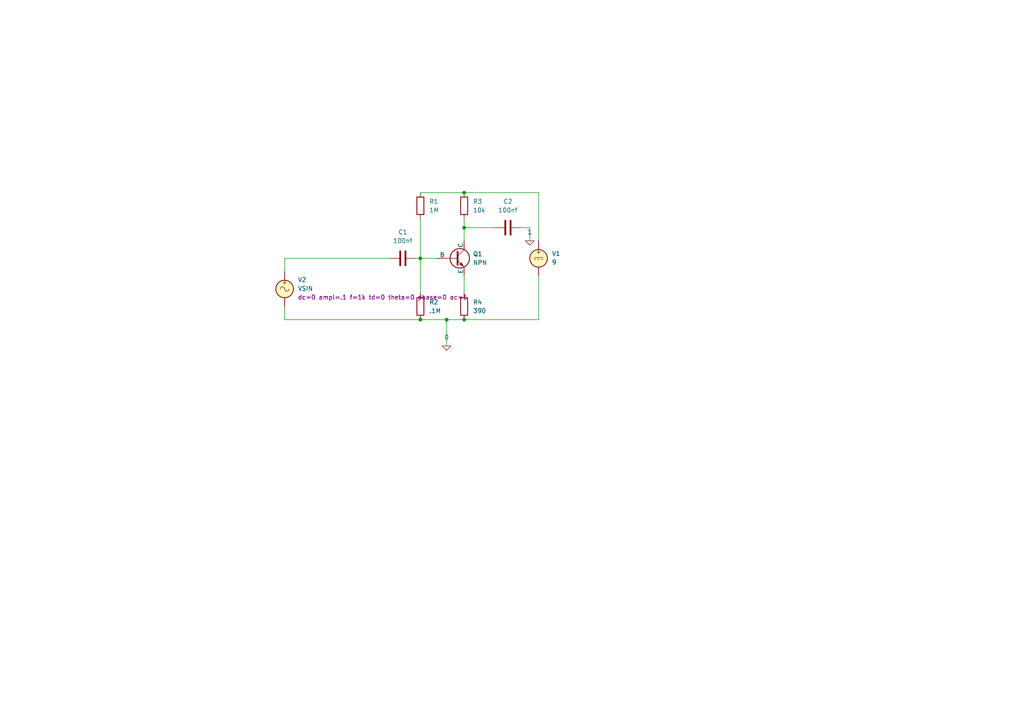
<source format=kicad_sch>
(kicad_sch (version 20250114) (generator "eeschema") (generator_version "9.0")
  (paper "A4")
  (lib_symbols
    (symbol "Device:C" (pin_numbers (hide yes)) (pin_names (offset 0.254))
      (property "Reference" "C" (at 0.635 2.54 0))
      (property "Value" "C" (at 0.635 -2.54 0))
      (symbol "C_0_1"
        (polyline (pts (xy -2.032 0.762) (xy 2.032 0.762)) (stroke (width 0.508)))
        (polyline (pts (xy -2.032 -0.762) (xy 2.032 -0.762)) (stroke (width 0.508)))
      )
      (symbol "C_1_1"
        (pin passive line (at 0 3.81 270) (length 2.794) (name "~") (number "1"))
        (pin passive line (at 0 -3.81 90) (length 2.794) (name "~") (number "2"))
      )
    )
    (symbol "Device:R" (pin_numbers (hide yes)) (pin_names (offset 0))
      (property "Reference" "R" (at 2.032 0 90))
      (property "Value" "R" (at 0 0 90))
      (symbol "R_0_1"
        (rectangle (start -1.016 -2.54) (end 1.016 2.54) (stroke (width 0.254)))
      )
      (symbol "R_1_1"
        (pin passive line (at 0 3.81 270) (length 1.27) (name "~") (number "1"))
        (pin passive line (at 0 -3.81 90) (length 1.27) (name "~") (number "2"))
      )
    )
    (symbol "Simulation_SPICE:0" (power) (pin_numbers (hide yes)) (pin_names (offset 0) (hide yes))
      (property "Value" "0" (at 0 -2.54 0))
      (symbol "0_0_1"
        (polyline (pts (xy -1.27 0) (xy 0 -1.27) (xy 1.27 0) (xy -1.27 0)))
      )
      (symbol "0_1_1"
        (pin power_in line (at 0 0 0) (length 0) (name "~") (number "1"))
      )
    )
    (symbol "Simulation_SPICE:NPN" (pin_numbers (hide yes)) (pin_names (offset 0))
      (property "Reference" "Q" (at -2.54 7.62 0))
      (property "Value" "NPN" (at -2.54 5.08 0))
      (symbol "NPN_0_1"
        (polyline (pts (xy -2.54 0) (xy 0.635 0)) (stroke (width 0.1524)))
        (polyline (pts (xy 0.635 1.905) (xy 0.635 -1.905) (xy 0.635 -1.905)) (stroke (width 0.508)))
        (polyline (pts (xy 0.635 0.635) (xy 2.54 2.54)))
        (polyline (pts (xy 0.635 -0.635) (xy 2.54 -2.54) (xy 2.54 -2.54)))
        (circle (center 1.27 0) (radius 2.8194) (stroke (width 0.254)))
        (polyline (pts (xy 1.27 -1.778) (xy 1.778 -1.27) (xy 2.286 -2.286) (xy 1.27 -1.778) (xy 1.27 -1.778)) (fill (type outline)))
        (polyline (pts (xy 2.794 -1.27) (xy 2.794 -1.27)) (stroke (width 0.1524)))
        (polyline (pts (xy 2.794 -1.27) (xy 2.794 -1.27)) (stroke (width 0.1524)))
      )
      (symbol "NPN_1_1"
        (pin input line (at -5.08 0 0) (length 2.54) (name "B") (number "2"))
        (pin open_collector line (at 2.54 5.08 270) (length 2.54) (name "C") (number "1"))
        (pin open_emitter line (at 2.54 -5.08 90) (length 2.54) (name "E") (number "3"))
      )
    )
    (symbol "Simulation_SPICE:VDC" (pin_numbers (hide yes)) (pin_names (offset 0.0254))
      (property "Reference" "V" (at 2.54 2.54 0))
      (property "Value" "1" (at 2.54 0 0))
      (symbol "VDC_0_0"
        (polyline (pts (xy -1.27 0.254) (xy 1.27 0.254)))
        (polyline (pts (xy -0.762 -0.254) (xy -1.27 -0.254)))
        (polyline (pts (xy 0.254 -0.254) (xy -0.254 -0.254)))
        (polyline (pts (xy 1.27 -0.254) (xy 0.762 -0.254)))
        (text "+" (at 0 1.905 0) (effects (font (size 1.27 1.27))))
      )
      (symbol "VDC_0_1"
        (circle (center 0 0) (radius 2.54) (stroke (width 0.254)) (fill (type background)))
      )
      (symbol "VDC_1_1"
        (pin passive line (at 0 5.08 270) (length 2.54) (name "~") (number "1"))
        (pin passive line (at 0 -5.08 90) (length 2.54) (name "~") (number "2"))
      )
    )
    (symbol "Simulation_SPICE:VSIN" (pin_numbers (hide yes)) (pin_names (offset 0.0254))
      (property "Reference" "V" (at 2.54 2.54 0))
      (property "Value" "VSIN" (at 2.54 0 0))
      (property "Sim.Params" "dc=0 ampl=1 f=1k ac=1" (at 2.54 -2.54 0))
      (symbol "VSIN_0_0"
        (arc (start -1.27 0) (mid -0.635 0.6323) (end 0 0))
        (arc (start 1.27 0) (mid 0.635 -0.6323) (end 0 0))
        (text "+" (at 0 1.905 0) (effects (font (size 1.27 1.27))))
      )
      (symbol "VSIN_0_1"
        (circle (center 0 0) (radius 2.54) (stroke (width 0.254)) (fill (type background)))
      )
      (symbol "VSIN_1_1"
        (pin passive line (at 0 5.08 270) (length 2.54) (name "~") (number "1"))
        (pin passive line (at 0 -5.08 90) (length 2.54) (name "~") (number "2"))
      )
    )
  )
  (junction (at 121.92 74.93))
  (junction (at 134.62 66.04))
  (junction (at 134.62 92.71))
  (junction (at 121.92 92.71))
  (junction (at 129.54 92.71))
  (junction (at 134.62 55.88))
  (wire (pts (xy 134.62 55.88) (xy 156.21 55.88)))
  (wire (pts (xy 153.67 69.85) (xy 153.67 66.04)))
  (wire (pts (xy 121.92 74.93) (xy 121.92 85.09)))
  (wire (pts (xy 121.92 63.5) (xy 121.92 74.93)))
  (wire (pts (xy 121.92 92.71) (xy 129.54 92.71)))
  (wire (pts (xy 134.62 63.5) (xy 134.62 66.04)))
  (wire (pts (xy 120.65 74.93) (xy 121.92 74.93)))
  (wire (pts (xy 121.92 55.88) (xy 134.62 55.88)))
  (wire (pts (xy 156.21 80.01) (xy 156.21 92.71)))
  (wire (pts (xy 134.62 92.71) (xy 156.21 92.71)))
  (wire (pts (xy 156.21 55.88) (xy 156.21 69.85)))
  (wire (pts (xy 82.55 74.93) (xy 82.55 78.74)))
  (wire (pts (xy 82.55 92.71) (xy 121.92 92.71)))
  (wire (pts (xy 129.54 92.71) (xy 134.62 92.71)))
  (wire (pts (xy 134.62 66.04) (xy 134.62 69.85)))
  (wire (pts (xy 82.55 88.9) (xy 82.55 92.71)))
  (wire (pts (xy 134.62 66.04) (xy 143.51 66.04)))
  (wire (pts (xy 134.62 80.01) (xy 134.62 85.09)))
  (wire (pts (xy 129.54 92.71) (xy 129.54 100.33)))
  (wire (pts (xy 151.13 66.04) (xy 153.67 66.04)))
  (wire (pts (xy 121.92 74.93) (xy 127 74.93)))
  (wire (pts (xy 82.55 74.93) (xy 113.03 74.93)))
  (symbol (lib_id "Device:R") (at 134.62 88.9 0) (unit 1)
    (property "Reference" "R4" (at 137.16 87.6299 0) (effects (justify left)))
    (property "Value" "390" (at 137.16 90.1699 0) (effects (justify left)))
    (property "Description" "Resistor" (effects (hide yes)))
  )
  (symbol (lib_id "Device:R") (at 121.92 59.69 0) (unit 1)
    (property "Reference" "R1" (at 124.46 58.4199 0) (effects (justify left)))
    (property "Value" "1M" (at 124.46 60.9599 0) (effects (justify left)))
    (property "Description" "Resistor" (effects (hide yes)))
  )
  (symbol (lib_id "Simulation_SPICE:VSIN") (at 82.55 83.82 0) (unit 1)
    (property "Reference" "V2" (at 86.36 81.1501 0) (effects (justify left)))
    (property "Value" "VSIN" (at 86.36 83.6901 0) (effects (justify left)))
    (property "Datasheet" "https://ngspice.sourceforge.io/docs/ngspice-html-manual/manual.xhtml#sec_Independent_Sources_for" (effects (hide yes)))
    (property "Description" "Voltage source, sinusoidal" (effects (hide yes)))
    (property "Sim.Pins" "1=+ 2=-" (effects (hide yes)))
    (property "Sim.Params" "dc=0 ampl=.1 f=1k td=0 theta=0 phase=0 ac=1" (at 86.36 86.2301 0) (effects (justify left)))
    (property "Sim.Type" "SIN" (effects (hide yes)))
    (property "Sim.Device" "V" (effects (hide yes)))
  )
  (symbol (lib_id "Device:C") (at 116.84 74.93 90) (unit 1)
    (property "Reference" "C1" (at 116.84 67.31 90))
    (property "Value" "100nf" (at 116.84 69.85 90))
    (property "Description" "Unpolarized capacitor" (effects (hide yes)))
  )
  (symbol (lib_id "Simulation_SPICE:NPN") (at 132.08 74.93 0) (unit 1)
    (property "Reference" "Q1" (at 137.16 73.6599 0) (effects (justify left)))
    (property "Value" "NPN" (at 137.16 76.1999 0) (effects (justify left)))
    (property "Datasheet" "https://ngspice.sourceforge.io/docs/ngspice-html-manual/manual.xhtml#cha_BJTs" (effects (hide yes)))
    (property "Description" "Bipolar transistor symbol for simulation only, substrate tied to the emitter" (effects (hide yes)))
    (property "Sim.Library" "/home/flower/Documents/ki/Experiments/Transistors/Custom Amp/2n5088.lib" (effects (hide yes)))
    (property "Sim.Name" "2N5088" (effects (hide yes)))
    (property "Sim.Device" "NPN" (effects (hide yes)))
    (property "Sim.Type" "GUMMELPOON" (effects (hide yes)))
    (property "Sim.Pins" "1=C 2=B 3=E" (effects (hide yes)))
  )
  (symbol (lib_id "Device:R") (at 121.92 88.9 0) (unit 1)
    (property "Reference" "R2" (at 124.46 87.6299 0) (effects (justify left)))
    (property "Value" ".1M" (at 124.46 90.1699 0) (effects (justify left)))
    (property "Description" "Resistor" (effects (hide yes)))
  )
  (symbol (lib_id "Device:C") (at 147.32 66.04 90) (unit 1)
    (property "Reference" "C2" (at 147.32 58.42 90))
    (property "Value" "100nf" (at 147.32 60.96 90))
    (property "Description" "Unpolarized capacitor" (effects (hide yes)))
  )
  (symbol (lib_id "Simulation_SPICE:VDC") (at 156.21 74.93 0) (unit 1)
    (property "Reference" "V1" (at 160.02 73.5301 0) (effects (justify left)))
    (property "Value" "9" (at 160.02 76.0701 0) (effects (justify left)))
    (property "Datasheet" "https://ngspice.sourceforge.io/docs/ngspice-html-manual/manual.xhtml#sec_Independent_Sources_for" (effects (hide yes)))
    (property "Description" "Voltage source, DC" (effects (hide yes)))
    (property "Sim.Pins" "1=+ 2=-" (effects (hide yes)))
    (property "Sim.Type" "DC" (effects (hide yes)))
    (property "Sim.Device" "V" (effects (hide yes)))
  )
  (symbol (lib_id "Simulation_SPICE:0") (at 129.54 100.33 0) (unit 1)
    (property "Reference" "#GND01" (effects (hide yes)))
    (property "Value" "0" (at 129.54 97.79 0))
    (property "Datasheet" "https://ngspice.sourceforge.io/docs/ngspice-html-manual/manual.xhtml#subsec_Circuit_elements__device" (effects (hide yes)))
    (property "Description" "0V reference potential for simulation" (effects (hide yes)))
  )
  (symbol (lib_id "Simulation_SPICE:0") (at 153.67 69.85 0) (unit 1)
    (property "Reference" "#GND02" (effects (hide yes)))
    (property "Value" "1" (at 153.67 67.31 0))
    (property "Datasheet" "https://ngspice.sourceforge.io/docs/ngspice-html-manual/manual.xhtml#subsec_Circuit_elements__device" (effects (hide yes)))
    (property "Description" "0V reference potential for simulation" (effects (hide yes)))
  )
  (symbol (lib_id "Device:R") (at 134.62 59.69 0) (unit 1)
    (property "Reference" "R3" (at 137.16 58.4199 0) (effects (justify left)))
    (property "Value" "10k" (at 137.16 60.9599 0) (effects (justify left)))
    (property "Description" "Resistor" (effects (hide yes)))
  )
)
</source>
